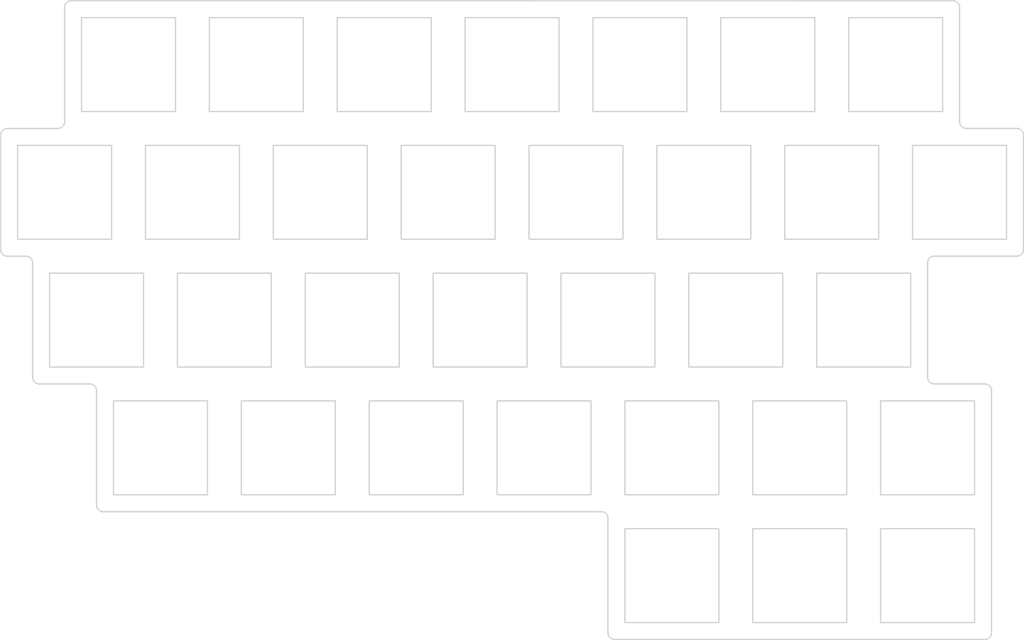
<source format=kicad_pcb>
(kicad_pcb (version 20221018) (generator pcbnew)
  (layers (0 "F.Cu" signal) (31 "B.Cu" signal) (34 "B.Paste" user) (35 "F.Paste" user) (36 "B.SilkS" user "B.Silkscreen") (37 "F.SilkS" user "F.Silkscreen") (38 "B.Mask" user) (39 "F.Mask" user) (44 "Edge.Cuts" user))
  (net 0 "")
  (footprint "" (layer "F.Cu") (at 123.825 57.658)
    (fp_text reference "" (at 0 0) (layer "F.SilkS") (effects (font (size 1.27 1.27))))
    (fp_text value "" (at 0 0) (layer "F.SilkS") (effects (font (size 1.27 1.27))))
    (pad "" np_thru_hole circle locked (at 0 0) (size 4.3 4.3) (drill 4.3) (layers "F&B.Cu" "*.Mask"))
  )
  (footprint "" (layer "F.Cu") (at 200.025 57.6326)
    (fp_text reference "" (at 0 0) (layer "F.SilkS") (effects (font (size 1.27 1.27))))
    (fp_text value "" (at 0 0) (layer "F.SilkS") (effects (font (size 1.27 1.27))))
    (pad "" np_thru_hole circle locked (at 0 0) (size 4.3 4.3) (drill 4.3) (layers "F&B.Cu" "*.Mask"))
  )
  (footprint "kbd:spacer_m2" (layer "F.Cu") (at 90.4748 94.742)
    (fp_text reference "Ref**" hide)
    (fp_text value "Val**" hide)
    (pad "" np_thru_hole circle locked (at 0 0) (size 4.3 4.3) (drill 4.3) (layers "F&B.Cu" "*.Mask"))
  )
  (footprint "kbd:spacer_m2" (layer "F.Cu") (at 123.825 57.658)
    (fp_text reference "Ref**" hide)
    (fp_text value "Val**" hide)
    (pad "" np_thru_hole circle locked (at 0 0) (size 4.3 4.3) (drill 4.3) (layers "F&B.Cu" "*.Mask"))
  )
  (footprint "kbd:spacer_m2" (layer "F.Cu") (at 195.25 114.24)
    (fp_text reference "Ref**" hide)
    (fp_text value "Val**" hide)
    (pad "" np_thru_hole circle locked (at 0 0) (size 4.3 4.3) (drill 4.3) (layers "F&B.Cu" "*.Mask"))
  )
  (footprint "" (layer "F.Cu") (at 176.2 114.3)
    (fp_text reference "" (at 0 0) (layer "F.SilkS") (effects (font (size 1.27 1.27))))
    (fp_text value "" (at 0 0) (layer "F.SilkS") (effects (font (size 1.27 1.27))))
    (pad "" np_thru_hole circle locked (at 0 0) (size 4.3 4.3) (drill 4.3) (layers "F&B.Cu" "*.Mask"))
  )
  (footprint "kbd:spacer_m2" (layer "F.Cu") (at 176.2 114.3)
    (fp_text reference "Ref**" hide)
    (fp_text value "Val**" hide)
    (pad "" np_thru_hole circle locked (at 0 0) (size 4.3 4.3) (drill 4.3) (layers "F&B.Cu" "*.Mask"))
  )
  (footprint "" (layer "F.Cu") (at 147.66 76.68)
    (fp_text reference "" (at 0 0) (layer "F.SilkS") (effects (font (size 1.27 1.27))))
    (fp_text value "" (at 0 0) (layer "F.SilkS") (effects (font (size 1.27 1.27))))
    (pad "" np_thru_hole circle locked (at 0 0) (size 4.3 4.3) (drill 4.3) (layers "F&B.Cu" "*.Mask"))
  )
  (footprint "kbd:spacer_m2" (layer "F.Cu") (at 85.725 57.658)
    (fp_text reference "Ref**" hide)
    (fp_text value "Val**" hide)
    (pad "" np_thru_hole circle locked (at 0 0) (size 4.3 4.3) (drill 4.3) (layers "F&B.Cu" "*.Mask"))
  )
  (footprint "" (layer "F.Cu") (at 161.925 57.658)
    (fp_text reference "" (at 0 0) (layer "F.SilkS") (effects (font (size 1.27 1.27))))
    (fp_text value "" (at 0 0) (layer "F.SilkS") (effects (font (size 1.27 1.27))))
    (pad "" np_thru_hole circle locked (at 0 0) (size 4.3 4.3) (drill 4.3) (layers "F&B.Cu" "*.Mask"))
  )
  (footprint "" (layer "F.Cu") (at 138.1252 95.7326)
    (fp_text reference "" (at 0 0) (layer "F.SilkS") (effects (font (size 1.27 1.27))))
    (fp_text value "" (at 0 0) (layer "F.SilkS") (effects (font (size 1.27 1.27))))
    (pad "" np_thru_hole circle locked (at 0 0) (size 4.3 4.3) (drill 4.3) (layers "F&B.Cu" "*.Mask"))
  )
  (footprint "" (layer "F.Cu") (at 195.25 114.24)
    (fp_text reference "" (at 0 0) (layer "F.SilkS") (effects (font (size 1.27 1.27))))
    (fp_text value "" (at 0 0) (layer "F.SilkS") (effects (font (size 1.27 1.27))))
    (pad "" np_thru_hole circle locked (at 0 0) (size 4.3 4.3) (drill 4.3) (layers "F&B.Cu" "*.Mask"))
  )
  (footprint "kbd:spacer_m2" (layer "F.Cu") (at 147.66 76.68)
    (fp_text reference "Ref**" hide)
    (fp_text value "Val**" hide)
    (pad "" np_thru_hole circle locked (at 0 0) (size 4.3 4.3) (drill 4.3) (layers "F&B.Cu" "*.Mask"))
  )
  (footprint "" (layer "F.Cu") (at 90.4748 94.742)
    (fp_text reference "" (at 0 0) (layer "F.SilkS") (effects (font (size 1.27 1.27))))
    (fp_text value "" (at 0 0) (layer "F.SilkS") (effects (font (size 1.27 1.27))))
    (pad "" np_thru_hole circle locked (at 0 0) (size 4.3 4.3) (drill 4.3) (layers "F&B.Cu" "*.Mask"))
  )
  (footprint "" (layer "F.Cu") (at 85.725 57.658)
    (fp_text reference "" (at 0 0) (layer "F.SilkS") (effects (font (size 1.27 1.27))))
    (fp_text value "" (at 0 0) (layer "F.SilkS") (effects (font (size 1.27 1.27))))
    (pad "" np_thru_hole circle locked (at 0 0) (size 4.3 4.3) (drill 4.3) (layers "F&B.Cu" "*.Mask"))
  )
  (footprint "kbd:spacer_m2" (layer "F.Cu") (at 138.1252 95.7326)
    (fp_text reference "Ref**" hide)
    (fp_text value "Val**" hide)
    (pad "" np_thru_hole circle locked (at 0 0) (size 4.3 4.3) (drill 4.3) (layers "F&B.Cu" "*.Mask"))
  )
  (footprint "kbd:spacer_m2" (layer "F.Cu") (at 185.73 94.76)
    (fp_text reference "Ref**" hide)
    (fp_text value "Val**" hide)
    (pad "" np_thru_hole circle locked (at 0 0) (size 4.3 4.3) (drill 4.3) (layers "F&B.Cu" "*.Mask"))
  )
  (footprint "kbd:spacer_m2" (layer "F.Cu") (at 161.925 57.658)
    (fp_text reference "Ref**" hide)
    (fp_text value "Val**" hide)
    (pad "" np_thru_hole circle locked (at 0 0) (size 4.3 4.3) (drill 4.3) (layers "F&B.Cu" "*.Mask"))
  )
  (footprint "" (layer "F.Cu") (at 185.73 94.76)
    (fp_text reference "" (at 0 0) (layer "F.SilkS") (effects (font (size 1.27 1.27))))
    (fp_text value "" (at 0 0) (layer "F.SilkS") (effects (font (size 1.27 1.27))))
    (pad "" np_thru_hole circle locked (at 0 0) (size 4.3 4.3) (drill 4.3) (layers "F&B.Cu" "*.Mask"))
  )
  (footprint "kbd:spacer_m2" (layer "F.Cu") (at 200.025 57.6326)
    (fp_text reference "Ref**" hide)
    (fp_text value "Val**" hide)
    (pad "" np_thru_hole circle locked (at 0 0) (size 4.3 4.3) (drill 4.3) (layers "F&B.Cu" "*.Mask"))
  )
  (gr_line locked (start 83.487001 111.775003) (end 97.487001 111.775003) (stroke (width 0.188976)) (layer "Edge.Cuts"))
  (gr_line locked (start 183.499994 59.675) (end 183.499994 73.675) (stroke (width 0.188976)) (layer "Edge.Cuts"))
  (gr_line locked (start 173.687006 130.824998) (end 173.687006 116.824998) (stroke (width 0.188976)) (layer "Edge.Cuts"))
  (gr_line locked (start 178.450006 59.675) (end 164.450006 59.675) (stroke (width 0.188976)) (layer "Edge.Cuts"))
  (gr_line locked (start 183.212 78.724999) (end 169.212 78.724999) (stroke (width 0.188976)) (layer "Edge.Cuts"))
  (gr_line locked (start 204.787 94.24349) (end 204.787 77.193488) (stroke (width 0.2)) (layer "Edge.Cuts"))
  (gr_arc locked (start 208.549459 38.09353) (mid 209.256582 38.386411) (end 209.5495 39.09353) (stroke (width 0.2)) (layer "Edge.Cuts"))
  (gr_arc locked (start 213.312 95.243488) (mid 214.019111 95.53638) (end 214.312 96.243488) (stroke (width 0.2)) (layer "Edge.Cuts"))
  (gr_line locked (start 126.35 59.675) (end 126.35 73.675) (stroke (width 0.188976)) (layer "Edge.Cuts"))
  (gr_line locked (start 116.536996 111.775003) (end 116.536996 97.775003) (stroke (width 0.188976)) (layer "Edge.Cuts"))
  (gr_line locked (start 173.687006 111.775003) (end 173.687006 97.775003) (stroke (width 0.188976)) (layer "Edge.Cuts"))
  (gr_line locked (start 83.199998 73.675) (end 83.199998 59.675) (stroke (width 0.188976)) (layer "Edge.Cuts"))
  (gr_line locked (start 188.262003 78.724999) (end 188.262003 92.724999) (stroke (width 0.188976)) (layer "Edge.Cuts"))
  (gr_line locked (start 207.025003 40.625) (end 193.025003 40.625) (stroke (width 0.188976)) (layer "Edge.Cuts"))
  (gr_arc locked (start 214.312 132.349003) (mid 214.019106 133.056108) (end 213.312 133.349003) (stroke (width 0.2)) (layer "Edge.Cuts"))
  (gr_line locked (start 140.35 59.675) (end 126.35 59.675) (stroke (width 0.188976)) (layer "Edge.Cuts"))
  (gr_line locked (start 173.687006 97.775003) (end 159.686998 97.775003) (stroke (width 0.188976)) (layer "Edge.Cuts"))
  (gr_line locked (start 150.161996 78.724999) (end 150.161996 92.724999) (stroke (width 0.188976)) (layer "Edge.Cuts"))
  (gr_line locked (start 112.061998 92.724999) (end 126.061998 92.724999) (stroke (width 0.188976)) (layer "Edge.Cuts"))
  (gr_line locked (start 188.262003 92.724999) (end 202.262003 92.724999) (stroke (width 0.188976)) (layer "Edge.Cuts"))
  (gr_line locked (start 88.250002 73.675) (end 102.250002 73.675) (stroke (width 0.188976)) (layer "Edge.Cuts"))
  (gr_line locked (start 130.824998 40.625) (end 116.824998 40.625) (stroke (width 0.188976)) (layer "Edge.Cuts"))
  (gr_line locked (start 154.637003 111.775003) (end 154.637003 97.775003) (stroke (width 0.188976)) (layer "Edge.Cuts"))
  (gr_line locked (start 107.299997 73.675) (end 121.299997 73.675) (stroke (width 0.188976)) (layer "Edge.Cuts"))
  (gr_line locked (start 183.212 92.724999) (end 183.212 78.724999) (stroke (width 0.188976)) (layer "Edge.Cuts"))
  (gr_line locked (start 159.686998 97.775003) (end 159.686998 111.775003) (stroke (width 0.188976)) (layer "Edge.Cuts"))
  (gr_line locked (start 219.0745 75.19349) (end 219.0745 58.143489) (stroke (width 0.2)) (layer "Edge.Cuts"))
  (gr_line locked (start 135.874002 40.625) (end 135.874002 54.624999) (stroke (width 0.188976)) (layer "Edge.Cuts"))
  (gr_line locked (start 111.775003 54.624999) (end 111.775003 40.625) (stroke (width 0.188976)) (layer "Edge.Cuts"))
  (gr_line locked (start 107.299997 59.675) (end 107.299997 73.675) (stroke (width 0.188976)) (layer "Edge.Cuts"))
  (gr_line locked (start 213.312 95.243488) (end 205.787 95.24349) (stroke (width 0.2)) (layer "Edge.Cuts"))
  (gr_line locked (start 159.686998 130.824998) (end 173.687006 130.824998) (stroke (width 0.188976)) (layer "Edge.Cuts"))
  (gr_line locked (start 69.199998 59.675) (end 69.199998 73.675) (stroke (width 0.188976)) (layer "Edge.Cuts"))
  (gr_line locked (start 97.487001 97.775003) (end 83.487001 97.775003) (stroke (width 0.188976)) (layer "Edge.Cuts"))
  (gr_arc locked (start 156.162 114.299002) (mid 156.869106 114.591895) (end 157.162 115.299002) (stroke (width 0.2)) (layer "Edge.Cuts"))
  (gr_line locked (start 154.923997 54.624999) (end 168.924997 54.624999) (stroke (width 0.188976)) (layer "Edge.Cuts"))
  (gr_line locked (start 135.874002 54.624999) (end 149.874002 54.624999) (stroke (width 0.188976)) (layer "Edge.Cuts"))
  (gr_arc locked (start 76.200002 39.098958) (mid 76.492896 38.391894) (end 77.199961 38.098958) (stroke (width 0.2)) (layer "Edge.Cuts"))
  (gr_line locked (start 169.212 92.724999) (end 183.212 92.724999) (stroke (width 0.188976)) (layer "Edge.Cuts"))
  (gr_line locked (start 67.675003 76.199002) (end 70.437001 76.199001) (stroke (width 0.2)) (layer "Edge.Cuts"))
  (gr_line locked (start 116.824998 40.625) (end 116.824998 54.624999) (stroke (width 0.188976)) (layer "Edge.Cuts"))
  (gr_line locked (start 121.299997 73.675) (end 121.299997 59.675) (stroke (width 0.188976)) (layer "Edge.Cuts"))
  (gr_line locked (start 92.725 54.624999) (end 92.725 40.625) (stroke (width 0.188976)) (layer "Edge.Cuts"))
  (gr_line locked (start 102.536996 111.775003) (end 116.536996 111.775003) (stroke (width 0.188976)) (layer "Edge.Cuts"))
  (gr_line locked (start 178.736993 111.775003) (end 192.736993 111.775003) (stroke (width 0.188976)) (layer "Edge.Cuts"))
  (gr_line locked (start 205.787 76.193488) (end 218.0745 76.19349) (stroke (width 0.2)) (layer "Edge.Cuts"))
  (gr_line locked (start 83.199998 59.675) (end 69.199998 59.675) (stroke (width 0.188976)) (layer "Edge.Cuts"))
  (gr_arc locked (start 204.787 77.193488) (mid 205.079897 76.486389) (end 205.787 76.193488) (stroke (width 0.2)) (layer "Edge.Cuts"))
  (gr_line locked (start 197.499994 73.675) (end 197.499994 59.675) (stroke (width 0.188976)) (layer "Edge.Cuts"))
  (gr_line locked (start 102.536996 97.775003) (end 102.536996 111.775003) (stroke (width 0.188976)) (layer "Edge.Cuts"))
  (gr_line locked (start 169.212 78.724999) (end 169.212 92.724999) (stroke (width 0.188976)) (layer "Edge.Cuts"))
  (gr_line locked (start 197.786996 116.824998) (end 197.786996 130.824998) (stroke (width 0.188976)) (layer "Edge.Cuts"))
  (gr_line locked (start 164.161996 92.724999) (end 164.161996 78.724999) (stroke (width 0.188976)) (layer "Edge.Cuts"))
  (gr_arc locked (start 218.0745 57.143489) (mid 218.781611 57.436382) (end 219.0745 58.143489) (stroke (width 0.2)) (layer "Edge.Cuts"))
  (gr_line locked (start 193.025003 40.625) (end 193.025003 54.624999) (stroke (width 0.188976)) (layer "Edge.Cuts"))
  (gr_arc locked (start 72.437002 95.249003) (mid 71.729893 94.956111) (end 71.437002 94.249003) (stroke (width 0.2)) (layer "Edge.Cuts"))
  (gr_line locked (start 208.549459 38.09353) (end 77.199961 38.098958) (stroke (width 0.2)) (layer "Edge.Cuts"))
  (gr_line locked (start 107.012003 78.724999) (end 93.011999 78.724999) (stroke (width 0.188976)) (layer "Edge.Cuts"))
  (gr_line locked (start 202.549997 73.675) (end 216.549997 73.675) (stroke (width 0.188976)) (layer "Edge.Cuts"))
  (gr_line locked (start 78.725 54.624999) (end 92.725 54.624999) (stroke (width 0.188976)) (layer "Edge.Cuts"))
  (gr_line locked (start 214.312 132.349003) (end 214.312 96.243488) (stroke (width 0.2)) (layer "Edge.Cuts"))
  (gr_line locked (start 131.112001 78.724999) (end 131.112001 92.724999) (stroke (width 0.188976)) (layer "Edge.Cuts"))
  (gr_line locked (start 78.725 40.625) (end 78.725 54.624999) (stroke (width 0.188976)) (layer "Edge.Cuts"))
  (gr_line locked (start 197.499994 59.675) (end 183.499994 59.675) (stroke (width 0.188976)) (layer "Edge.Cuts"))
  (gr_line locked (start 202.549997 59.675) (end 202.549997 73.675) (stroke (width 0.188976)) (layer "Edge.Cuts"))
  (gr_line locked (start 173.975 54.624999) (end 187.975 54.624999) (stroke (width 0.188976)) (layer "Edge.Cuts"))
  (gr_arc locked (start 210.5495 57.143492) (mid 209.842396 56.850598) (end 209.5495 56.143492) (stroke (width 0.2)) (layer "Edge.Cuts"))
  (gr_line locked (start 81.962001 114.299002) (end 156.162 114.299002) (stroke (width 0.2)) (layer "Edge.Cuts"))
  (gr_line locked (start 149.874002 40.625) (end 135.874002 40.625) (stroke (width 0.188976)) (layer "Edge.Cuts"))
  (gr_arc locked (start 158.162 133.349005) (mid 157.454891 133.056112) (end 157.162 132.349005) (stroke (width 0.2)) (layer "Edge.Cuts"))
  (gr_line locked (start 158.162 133.349005) (end 213.312 133.349003) (stroke (width 0.2)) (layer "Edge.Cuts"))
  (gr_line locked (start 140.637003 111.775003) (end 154.637003 111.775003) (stroke (width 0.188976)) (layer "Edge.Cuts"))
  (gr_arc locked (start 67.675003 76.199002) (mid 66.967894 75.90611) (end 66.675002 75.199002) (stroke (width 0.2)) (layer "Edge.Cuts"))
  (gr_line locked (start 76.200002 39.098958) (end 76.200001 56.149) (stroke (width 0.2)) (layer "Edge.Cuts"))
  (gr_line locked (start 135.587 97.775003) (end 121.587 97.775003) (stroke (width 0.188976)) (layer "Edge.Cuts"))
  (gr_line locked (start 126.061998 92.724999) (end 126.061998 78.724999) (stroke (width 0.188976)) (layer "Edge.Cuts"))
  (gr_line locked (start 202.262003 78.724999) (end 188.262003 78.724999) (stroke (width 0.188976)) (layer "Edge.Cuts"))
  (gr_line locked (start 102.250002 59.675) (end 88.250002 59.675) (stroke (width 0.188976)) (layer "Edge.Cuts"))
  (gr_line locked (start 145.400003 73.675) (end 159.400003 73.675) (stroke (width 0.188976)) (layer "Edge.Cuts"))
  (gr_line locked (start 197.786996 111.775003) (end 211.786996 111.775003) (stroke (width 0.188976)) (layer "Edge.Cuts"))
  (gr_line locked (start 87.962 78.724999) (end 73.962 78.724999) (stroke (width 0.188976)) (layer "Edge.Cuts"))
  (gr_line locked (start 211.786996 130.824998) (end 211.786996 116.824998) (stroke (width 0.188976)) (layer "Edge.Cuts"))
  (gr_line locked (start 145.112001 78.724999) (end 131.112001 78.724999) (stroke (width 0.188976)) (layer "Edge.Cuts"))
  (gr_line locked (start 164.450006 73.675) (end 178.450006 73.675) (stroke (width 0.188976)) (layer "Edge.Cuts"))
  (gr_line locked (start 69.199998 73.675) (end 83.199998 73.675) (stroke (width 0.188976)) (layer "Edge.Cuts"))
  (gr_line locked (start 111.775003 40.625) (end 97.775003 40.625) (stroke (width 0.188976)) (layer "Edge.Cuts"))
  (gr_line locked (start 178.736993 130.824998) (end 192.736993 130.824998) (stroke (width 0.188976)) (layer "Edge.Cuts"))
  (gr_line locked (start 97.775003 54.624999) (end 111.775003 54.624999) (stroke (width 0.188976)) (layer "Edge.Cuts"))
  (gr_line locked (start 218.0745 57.143489) (end 210.5495 57.143492) (stroke (width 0.2)) (layer "Edge.Cuts"))
  (gr_line locked (start 116.536996 97.775003) (end 102.536996 97.775003) (stroke (width 0.188976)) (layer "Edge.Cuts"))
  (gr_line locked (start 209.5495 56.143492) (end 209.5495 39.09353) (stroke (width 0.2)) (layer "Edge.Cuts"))
  (gr_line locked (start 80.962001 96.248999) (end 80.962001 113.299002) (stroke (width 0.2)) (layer "Edge.Cuts"))
  (gr_line locked (start 71.437002 77.199001) (end 71.437002 94.249003) (stroke (width 0.2)) (layer "Edge.Cuts"))
  (gr_line locked (start 88.250002 59.675) (end 88.250002 73.675) (stroke (width 0.188976)) (layer "Edge.Cuts"))
  (gr_line locked (start 93.011999 78.724999) (end 93.011999 92.724999) (stroke (width 0.188976)) (layer "Edge.Cuts"))
  (gr_arc locked (start 70.437001 76.199001) (mid 71.144107 76.491895) (end 71.437002 77.199001) (stroke (width 0.2)) (layer "Edge.Cuts"))
  (gr_arc locked (start 219.0745 75.19349) (mid 218.78161 75.900603) (end 218.0745 76.19349) (stroke (width 0.2)) (layer "Edge.Cuts"))
  (gr_line locked (start 183.499994 73.675) (end 197.499994 73.675) (stroke (width 0.188976)) (layer "Edge.Cuts"))
  (gr_line locked (start 159.686998 111.775003) (end 173.687006 111.775003) (stroke (width 0.188976)) (layer "Edge.Cuts"))
  (gr_line locked (start 192.736993 116.824998) (end 178.736993 116.824998) (stroke (width 0.188976)) (layer "Edge.Cuts"))
  (gr_line locked (start 66.675002 58.149) (end 66.675002 75.199002) (stroke (width 0.2)) (layer "Edge.Cuts"))
  (gr_line locked (start 73.962 78.724999) (end 73.962 92.724999) (stroke (width 0.188976)) (layer "Edge.Cuts"))
  (gr_line locked (start 73.962 92.724999) (end 87.962 92.724999) (stroke (width 0.188976)) (layer "Edge.Cuts"))
  (gr_line locked (start 168.924997 40.625) (end 154.923997 40.625) (stroke (width 0.188976)) (layer "Edge.Cuts"))
  (gr_line locked (start 102.250002 73.675) (end 102.250002 59.675) (stroke (width 0.188976)) (layer "Edge.Cuts"))
  (gr_line locked (start 207.025003 54.624999) (end 207.025003 40.625) (stroke (width 0.188976)) (layer "Edge.Cuts"))
  (gr_line locked (start 211.786996 116.824998) (end 197.786996 116.824998) (stroke (width 0.188976)) (layer "Edge.Cuts"))
  (gr_line locked (start 145.112001 92.724999) (end 145.112001 78.724999) (stroke (width 0.188976)) (layer "Edge.Cuts"))
  (gr_line locked (start 192.736993 130.824998) (end 192.736993 116.824998) (stroke (width 0.188976)) (layer "Edge.Cuts"))
  (gr_arc locked (start 79.962001 95.248999) (mid 80.669107 95.541893) (end 80.962001 96.248999) (stroke (width 0.2)) (layer "Edge.Cuts"))
  (gr_line locked (start 140.35 73.675) (end 140.35 59.675) (stroke (width 0.188976)) (layer "Edge.Cuts"))
  (gr_line locked (start 154.637003 97.775003) (end 140.637003 97.775003) (stroke (width 0.188976)) (layer "Edge.Cuts"))
  (gr_line locked (start 97.775003 40.625) (end 97.775003 54.624999) (stroke (width 0.188976)) (layer "Edge.Cuts"))
  (gr_line locked (start 173.687006 116.824998) (end 159.686998 116.824998) (stroke (width 0.188976)) (layer "Edge.Cuts"))
  (gr_line locked (start 121.587 111.775003) (end 135.587 111.775003) (stroke (width 0.188976)) (layer "Edge.Cuts"))
  (gr_line locked (start 130.824998 54.624999) (end 130.824998 40.625) (stroke (width 0.188976)) (layer "Edge.Cuts"))
  (gr_line locked (start 75.200001 57.149) (end 67.675002 57.149) (stroke (width 0.2)) (layer "Edge.Cuts"))
  (gr_line locked (start 116.824998 54.624999) (end 130.824998 54.624999) (stroke (width 0.188976)) (layer "Edge.Cuts"))
  (gr_arc locked (start 66.675002 58.149) (mid 66.967895 57.441894) (end 67.675002 57.149) (stroke (width 0.2)) (layer "Edge.Cuts"))
  (gr_line locked (start 178.736993 116.824998) (end 178.736993 130.824998) (stroke (width 0.188976)) (layer "Edge.Cuts"))
  (gr_line locked (start 159.400003 73.675) (end 159.400003 59.675) (stroke (width 0.188976)) (layer "Edge.Cuts"))
  (gr_line locked (start 92.725 40.625) (end 78.725 40.625) (stroke (width 0.188976)) (layer "Edge.Cuts"))
  (gr_line locked (start 87.962 92.724999) (end 87.962 78.724999) (stroke (width 0.188976)) (layer "Edge.Cuts"))
  (gr_line locked (start 145.400003 59.675) (end 145.400003 73.675) (stroke (width 0.188976)) (layer "Edge.Cuts"))
  (gr_arc locked (start 81.962001 114.299002) (mid 81.254893 114.006109) (end 80.962001 113.299002) (stroke (width 0.2)) (layer "Edge.Cuts"))
  (gr_line locked (start 187.975 40.625) (end 173.975 40.625) (stroke (width 0.188976)) (layer "Edge.Cuts"))
  (gr_line locked (start 159.686998 116.824998) (end 159.686998 130.824998) (stroke (width 0.188976)) (layer "Edge.Cuts"))
  (gr_line locked (start 121.587 97.775003) (end 121.587 111.775003) (stroke (width 0.188976)) (layer "Edge.Cuts"))
  (gr_line locked (start 157.162 115.299002) (end 157.162 132.349005) (stroke (width 0.2)) (layer "Edge.Cuts"))
  (gr_line locked (start 121.299997 59.675) (end 107.299997 59.675) (stroke (width 0.188976)) (layer "Edge.Cuts"))
  (gr_arc locked (start 205.787 95.24349) (mid 205.079897 94.950596) (end 204.787 94.24349) (stroke (width 0.2)) (layer "Edge.Cuts"))
  (gr_line locked (start 126.35 73.675) (end 140.35 73.675) (stroke (width 0.188976)) (layer "Edge.Cuts"))
  (gr_line locked (start 107.012003 92.724999) (end 107.012003 78.724999) (stroke (width 0.188976)) (layer "Edge.Cuts"))
  (gr_line locked (start 192.736993 97.775003) (end 178.736993 97.775003) (stroke (width 0.188976)) (layer "Edge.Cuts"))
  (gr_line locked (start 149.874002 54.624999) (end 149.874002 40.625) (stroke (width 0.188976)) (layer "Edge.Cuts"))
  (gr_line locked (start 97.487001 111.775003) (end 97.487001 97.775003) (stroke (width 0.188976)) (layer "Edge.Cuts"))
  (gr_line locked (start 131.112001 92.724999) (end 145.112001 92.724999) (stroke (width 0.188976)) (layer "Edge.Cuts"))
  (gr_line locked (start 193.025003 54.624999) (end 207.025003 54.624999) (stroke (width 0.188976)) (layer "Edge.Cuts"))
  (gr_line locked (start 154.923997 40.625) (end 154.923997 54.624999) (stroke (width 0.188976)) (layer "Edge.Cuts"))
  (gr_line locked (start 150.161996 92.724999) (end 164.161996 92.724999) (stroke (width 0.188976)) (layer "Edge.Cuts"))
  (gr_line locked (start 112.061998 78.724999) (end 112.061998 92.724999) (stroke (width 0.188976)) (layer "Edge.Cuts"))
  (gr_line locked (start 159.400003 59.675) (end 145.400003 59.675) (stroke (width 0.188976)) (layer "Edge.Cuts"))
  (gr_line locked (start 168.924997 54.624999) (end 168.924997 40.625) (stroke (width 0.188976)) (layer "Edge.Cuts"))
  (gr_line locked (start 72.437002 95.249003) (end 79.962001 95.248999) (stroke (width 0.2)) (layer "Edge.Cuts"))
  (gr_line locked (start 216.549997 59.675) (end 202.549997 59.675) (stroke (width 0.188976)) (layer "Edge.Cuts"))
  (gr_line locked (start 140.637003 97.775003) (end 140.637003 111.775003) (stroke (width 0.188976)) (layer "Edge.Cuts"))
  (gr_line locked (start 164.161996 78.724999) (end 150.161996 78.724999) (stroke (width 0.188976)) (layer "Edge.Cuts"))
  (gr_line locked (start 178.736993 97.775003) (end 178.736993 111.775003) (stroke (width 0.188976)) (layer "Edge.Cuts"))
  (gr_line locked (start 192.736993 111.775003) (end 192.736993 97.775003) (stroke (width 0.188976)) (layer "Edge.Cuts"))
  (gr_line locked (start 202.262003 92.724999) (end 202.262003 78.724999) (stroke (width 0.188976)) (layer "Edge.Cuts"))
  (gr_line locked (start 211.786996 97.775003) (end 197.786996 97.775003) (stroke (width 0.188976)) (layer "Edge.Cuts"))
  (gr_line locked (start 187.975 54.624999) (end 187.975 40.625) (stroke (width 0.188976)) (layer "Edge.Cuts"))
  (gr_line locked (start 211.786996 111.775003) (end 211.786996 97.775003) (stroke (width 0.188976)) (layer "Edge.Cuts"))
  (gr_line locked (start 83.487001 97.775003) (end 83.487001 111.775003) (stroke (width 0.188976)) (layer "Edge.Cuts"))
  (gr_arc locked (start 76.200001 56.149) (mid 75.907108 56.856107) (end 75.200001 57.149) (stroke (width 0.2)) (layer "Edge.Cuts"))
  (gr_line locked (start 164.450006 59.675) (end 164.450006 73.675) (stroke (width 0.188976)) (layer "Edge.Cuts"))
  (gr_line locked (start 135.587 111.775003) (end 135.587 97.775003) (stroke (width 0.188976)) (layer "Edge.Cuts"))
  (gr_line locked (start 178.450006 73.675) (end 178.450006 59.675) (stroke (width 0.188976)) (layer "Edge.Cuts"))
  (gr_line locked (start 93.011999 92.724999) (end 107.012003 92.724999) (stroke (width 0.188976)) (layer "Edge.Cuts"))
  (gr_line locked (start 216.549997 73.675) (end 216.549997 59.675) (stroke (width 0.188976)) (layer "Edge.Cuts"))
  (gr_line locked (start 197.786996 97.775003) (end 197.786996 111.775003) (stroke (width 0.188976)) (layer "Edge.Cuts"))
  (gr_line locked (start 197.786996 130.824998) (end 211.786996 130.824998) (stroke (width 0.188976)) (layer "Edge.Cuts"))
  (gr_line locked (start 126.061998 78.724999) (end 112.061998 78.724999) (stroke (width 0.188976)) (layer "Edge.Cuts"))
  (gr_line locked (start 173.975 40.625) (end 173.975 54.624999) (stroke (width 0.188976)) (layer "Edge.Cuts"))
)
</source>
